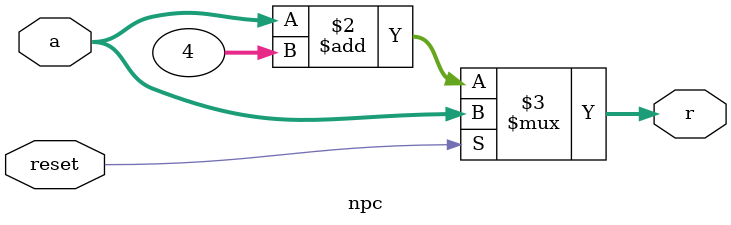
<source format=v>
`timescale 1ns / 1ps
module npc(
    input [31:0] a,
    input reset,
    output [31:0] r
    );
    assign r = (reset==1)? a : a+4;
endmodule

</source>
